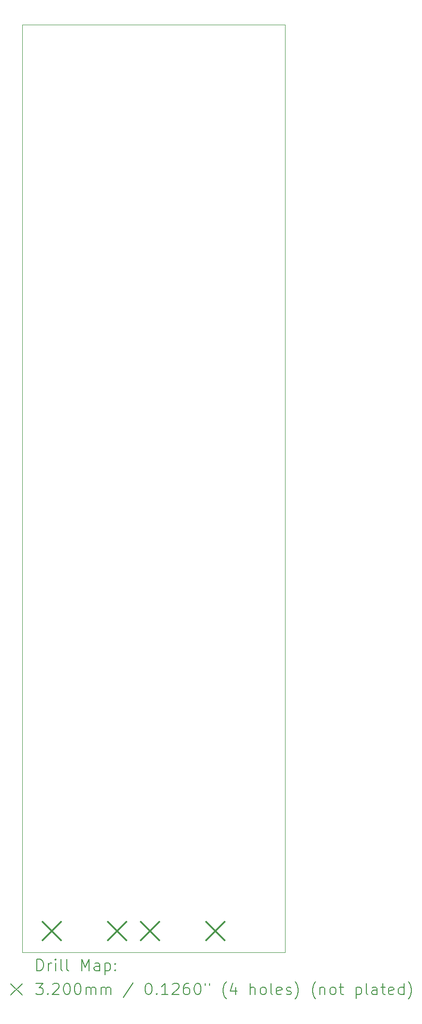
<source format=gbr>
%TF.GenerationSoftware,KiCad,Pcbnew,8.0.4*%
%TF.CreationDate,2024-09-09T15:48:22+02:00*%
%TF.ProjectId,dmx_to_pwm,646d785f-746f-45f7-9077-6d2e6b696361,rev?*%
%TF.SameCoordinates,Original*%
%TF.FileFunction,Drillmap*%
%TF.FilePolarity,Positive*%
%FSLAX45Y45*%
G04 Gerber Fmt 4.5, Leading zero omitted, Abs format (unit mm)*
G04 Created by KiCad (PCBNEW 8.0.4) date 2024-09-09 15:48:22*
%MOMM*%
%LPD*%
G01*
G04 APERTURE LIST*
%ADD10C,0.100000*%
%ADD11C,0.200000*%
%ADD12C,0.320000*%
G04 APERTURE END LIST*
D10*
X11333000Y-18486000D02*
X6733000Y-18486000D01*
X6733000Y-2257000D01*
X11333000Y-2257000D01*
X11333000Y-18486000D01*
D11*
D12*
X7091250Y-17951000D02*
X7411250Y-18271000D01*
X7411250Y-17951000D02*
X7091250Y-18271000D01*
X8234250Y-17951000D02*
X8554250Y-18271000D01*
X8554250Y-17951000D02*
X8234250Y-18271000D01*
X8809750Y-17951000D02*
X9129750Y-18271000D01*
X9129750Y-17951000D02*
X8809750Y-18271000D01*
X9952750Y-17951000D02*
X10272750Y-18271000D01*
X10272750Y-17951000D02*
X9952750Y-18271000D01*
D11*
X6988777Y-18802484D02*
X6988777Y-18602484D01*
X6988777Y-18602484D02*
X7036396Y-18602484D01*
X7036396Y-18602484D02*
X7064967Y-18612008D01*
X7064967Y-18612008D02*
X7084015Y-18631055D01*
X7084015Y-18631055D02*
X7093539Y-18650103D01*
X7093539Y-18650103D02*
X7103062Y-18688198D01*
X7103062Y-18688198D02*
X7103062Y-18716770D01*
X7103062Y-18716770D02*
X7093539Y-18754865D01*
X7093539Y-18754865D02*
X7084015Y-18773912D01*
X7084015Y-18773912D02*
X7064967Y-18792960D01*
X7064967Y-18792960D02*
X7036396Y-18802484D01*
X7036396Y-18802484D02*
X6988777Y-18802484D01*
X7188777Y-18802484D02*
X7188777Y-18669150D01*
X7188777Y-18707246D02*
X7198301Y-18688198D01*
X7198301Y-18688198D02*
X7207824Y-18678674D01*
X7207824Y-18678674D02*
X7226872Y-18669150D01*
X7226872Y-18669150D02*
X7245920Y-18669150D01*
X7312586Y-18802484D02*
X7312586Y-18669150D01*
X7312586Y-18602484D02*
X7303062Y-18612008D01*
X7303062Y-18612008D02*
X7312586Y-18621531D01*
X7312586Y-18621531D02*
X7322110Y-18612008D01*
X7322110Y-18612008D02*
X7312586Y-18602484D01*
X7312586Y-18602484D02*
X7312586Y-18621531D01*
X7436396Y-18802484D02*
X7417348Y-18792960D01*
X7417348Y-18792960D02*
X7407824Y-18773912D01*
X7407824Y-18773912D02*
X7407824Y-18602484D01*
X7541158Y-18802484D02*
X7522110Y-18792960D01*
X7522110Y-18792960D02*
X7512586Y-18773912D01*
X7512586Y-18773912D02*
X7512586Y-18602484D01*
X7769729Y-18802484D02*
X7769729Y-18602484D01*
X7769729Y-18602484D02*
X7836396Y-18745341D01*
X7836396Y-18745341D02*
X7903062Y-18602484D01*
X7903062Y-18602484D02*
X7903062Y-18802484D01*
X8084015Y-18802484D02*
X8084015Y-18697722D01*
X8084015Y-18697722D02*
X8074491Y-18678674D01*
X8074491Y-18678674D02*
X8055443Y-18669150D01*
X8055443Y-18669150D02*
X8017348Y-18669150D01*
X8017348Y-18669150D02*
X7998301Y-18678674D01*
X8084015Y-18792960D02*
X8064967Y-18802484D01*
X8064967Y-18802484D02*
X8017348Y-18802484D01*
X8017348Y-18802484D02*
X7998301Y-18792960D01*
X7998301Y-18792960D02*
X7988777Y-18773912D01*
X7988777Y-18773912D02*
X7988777Y-18754865D01*
X7988777Y-18754865D02*
X7998301Y-18735817D01*
X7998301Y-18735817D02*
X8017348Y-18726293D01*
X8017348Y-18726293D02*
X8064967Y-18726293D01*
X8064967Y-18726293D02*
X8084015Y-18716770D01*
X8179253Y-18669150D02*
X8179253Y-18869150D01*
X8179253Y-18678674D02*
X8198301Y-18669150D01*
X8198301Y-18669150D02*
X8236396Y-18669150D01*
X8236396Y-18669150D02*
X8255443Y-18678674D01*
X8255443Y-18678674D02*
X8264967Y-18688198D01*
X8264967Y-18688198D02*
X8274491Y-18707246D01*
X8274491Y-18707246D02*
X8274491Y-18764389D01*
X8274491Y-18764389D02*
X8264967Y-18783436D01*
X8264967Y-18783436D02*
X8255443Y-18792960D01*
X8255443Y-18792960D02*
X8236396Y-18802484D01*
X8236396Y-18802484D02*
X8198301Y-18802484D01*
X8198301Y-18802484D02*
X8179253Y-18792960D01*
X8360205Y-18783436D02*
X8369729Y-18792960D01*
X8369729Y-18792960D02*
X8360205Y-18802484D01*
X8360205Y-18802484D02*
X8350682Y-18792960D01*
X8350682Y-18792960D02*
X8360205Y-18783436D01*
X8360205Y-18783436D02*
X8360205Y-18802484D01*
X8360205Y-18678674D02*
X8369729Y-18688198D01*
X8369729Y-18688198D02*
X8360205Y-18697722D01*
X8360205Y-18697722D02*
X8350682Y-18688198D01*
X8350682Y-18688198D02*
X8360205Y-18678674D01*
X8360205Y-18678674D02*
X8360205Y-18697722D01*
X6528000Y-19031000D02*
X6728000Y-19231000D01*
X6728000Y-19031000D02*
X6528000Y-19231000D01*
X6969729Y-19022484D02*
X7093539Y-19022484D01*
X7093539Y-19022484D02*
X7026872Y-19098674D01*
X7026872Y-19098674D02*
X7055443Y-19098674D01*
X7055443Y-19098674D02*
X7074491Y-19108198D01*
X7074491Y-19108198D02*
X7084015Y-19117722D01*
X7084015Y-19117722D02*
X7093539Y-19136770D01*
X7093539Y-19136770D02*
X7093539Y-19184389D01*
X7093539Y-19184389D02*
X7084015Y-19203436D01*
X7084015Y-19203436D02*
X7074491Y-19212960D01*
X7074491Y-19212960D02*
X7055443Y-19222484D01*
X7055443Y-19222484D02*
X6998301Y-19222484D01*
X6998301Y-19222484D02*
X6979253Y-19212960D01*
X6979253Y-19212960D02*
X6969729Y-19203436D01*
X7179253Y-19203436D02*
X7188777Y-19212960D01*
X7188777Y-19212960D02*
X7179253Y-19222484D01*
X7179253Y-19222484D02*
X7169729Y-19212960D01*
X7169729Y-19212960D02*
X7179253Y-19203436D01*
X7179253Y-19203436D02*
X7179253Y-19222484D01*
X7264967Y-19041531D02*
X7274491Y-19032008D01*
X7274491Y-19032008D02*
X7293539Y-19022484D01*
X7293539Y-19022484D02*
X7341158Y-19022484D01*
X7341158Y-19022484D02*
X7360205Y-19032008D01*
X7360205Y-19032008D02*
X7369729Y-19041531D01*
X7369729Y-19041531D02*
X7379253Y-19060579D01*
X7379253Y-19060579D02*
X7379253Y-19079627D01*
X7379253Y-19079627D02*
X7369729Y-19108198D01*
X7369729Y-19108198D02*
X7255443Y-19222484D01*
X7255443Y-19222484D02*
X7379253Y-19222484D01*
X7503062Y-19022484D02*
X7522110Y-19022484D01*
X7522110Y-19022484D02*
X7541158Y-19032008D01*
X7541158Y-19032008D02*
X7550682Y-19041531D01*
X7550682Y-19041531D02*
X7560205Y-19060579D01*
X7560205Y-19060579D02*
X7569729Y-19098674D01*
X7569729Y-19098674D02*
X7569729Y-19146293D01*
X7569729Y-19146293D02*
X7560205Y-19184389D01*
X7560205Y-19184389D02*
X7550682Y-19203436D01*
X7550682Y-19203436D02*
X7541158Y-19212960D01*
X7541158Y-19212960D02*
X7522110Y-19222484D01*
X7522110Y-19222484D02*
X7503062Y-19222484D01*
X7503062Y-19222484D02*
X7484015Y-19212960D01*
X7484015Y-19212960D02*
X7474491Y-19203436D01*
X7474491Y-19203436D02*
X7464967Y-19184389D01*
X7464967Y-19184389D02*
X7455443Y-19146293D01*
X7455443Y-19146293D02*
X7455443Y-19098674D01*
X7455443Y-19098674D02*
X7464967Y-19060579D01*
X7464967Y-19060579D02*
X7474491Y-19041531D01*
X7474491Y-19041531D02*
X7484015Y-19032008D01*
X7484015Y-19032008D02*
X7503062Y-19022484D01*
X7693539Y-19022484D02*
X7712586Y-19022484D01*
X7712586Y-19022484D02*
X7731634Y-19032008D01*
X7731634Y-19032008D02*
X7741158Y-19041531D01*
X7741158Y-19041531D02*
X7750682Y-19060579D01*
X7750682Y-19060579D02*
X7760205Y-19098674D01*
X7760205Y-19098674D02*
X7760205Y-19146293D01*
X7760205Y-19146293D02*
X7750682Y-19184389D01*
X7750682Y-19184389D02*
X7741158Y-19203436D01*
X7741158Y-19203436D02*
X7731634Y-19212960D01*
X7731634Y-19212960D02*
X7712586Y-19222484D01*
X7712586Y-19222484D02*
X7693539Y-19222484D01*
X7693539Y-19222484D02*
X7674491Y-19212960D01*
X7674491Y-19212960D02*
X7664967Y-19203436D01*
X7664967Y-19203436D02*
X7655443Y-19184389D01*
X7655443Y-19184389D02*
X7645920Y-19146293D01*
X7645920Y-19146293D02*
X7645920Y-19098674D01*
X7645920Y-19098674D02*
X7655443Y-19060579D01*
X7655443Y-19060579D02*
X7664967Y-19041531D01*
X7664967Y-19041531D02*
X7674491Y-19032008D01*
X7674491Y-19032008D02*
X7693539Y-19022484D01*
X7845920Y-19222484D02*
X7845920Y-19089150D01*
X7845920Y-19108198D02*
X7855443Y-19098674D01*
X7855443Y-19098674D02*
X7874491Y-19089150D01*
X7874491Y-19089150D02*
X7903063Y-19089150D01*
X7903063Y-19089150D02*
X7922110Y-19098674D01*
X7922110Y-19098674D02*
X7931634Y-19117722D01*
X7931634Y-19117722D02*
X7931634Y-19222484D01*
X7931634Y-19117722D02*
X7941158Y-19098674D01*
X7941158Y-19098674D02*
X7960205Y-19089150D01*
X7960205Y-19089150D02*
X7988777Y-19089150D01*
X7988777Y-19089150D02*
X8007824Y-19098674D01*
X8007824Y-19098674D02*
X8017348Y-19117722D01*
X8017348Y-19117722D02*
X8017348Y-19222484D01*
X8112586Y-19222484D02*
X8112586Y-19089150D01*
X8112586Y-19108198D02*
X8122110Y-19098674D01*
X8122110Y-19098674D02*
X8141158Y-19089150D01*
X8141158Y-19089150D02*
X8169729Y-19089150D01*
X8169729Y-19089150D02*
X8188777Y-19098674D01*
X8188777Y-19098674D02*
X8198301Y-19117722D01*
X8198301Y-19117722D02*
X8198301Y-19222484D01*
X8198301Y-19117722D02*
X8207824Y-19098674D01*
X8207824Y-19098674D02*
X8226872Y-19089150D01*
X8226872Y-19089150D02*
X8255443Y-19089150D01*
X8255443Y-19089150D02*
X8274491Y-19098674D01*
X8274491Y-19098674D02*
X8284015Y-19117722D01*
X8284015Y-19117722D02*
X8284015Y-19222484D01*
X8674491Y-19012960D02*
X8503063Y-19270103D01*
X8931634Y-19022484D02*
X8950682Y-19022484D01*
X8950682Y-19022484D02*
X8969729Y-19032008D01*
X8969729Y-19032008D02*
X8979253Y-19041531D01*
X8979253Y-19041531D02*
X8988777Y-19060579D01*
X8988777Y-19060579D02*
X8998301Y-19098674D01*
X8998301Y-19098674D02*
X8998301Y-19146293D01*
X8998301Y-19146293D02*
X8988777Y-19184389D01*
X8988777Y-19184389D02*
X8979253Y-19203436D01*
X8979253Y-19203436D02*
X8969729Y-19212960D01*
X8969729Y-19212960D02*
X8950682Y-19222484D01*
X8950682Y-19222484D02*
X8931634Y-19222484D01*
X8931634Y-19222484D02*
X8912587Y-19212960D01*
X8912587Y-19212960D02*
X8903063Y-19203436D01*
X8903063Y-19203436D02*
X8893539Y-19184389D01*
X8893539Y-19184389D02*
X8884015Y-19146293D01*
X8884015Y-19146293D02*
X8884015Y-19098674D01*
X8884015Y-19098674D02*
X8893539Y-19060579D01*
X8893539Y-19060579D02*
X8903063Y-19041531D01*
X8903063Y-19041531D02*
X8912587Y-19032008D01*
X8912587Y-19032008D02*
X8931634Y-19022484D01*
X9084015Y-19203436D02*
X9093539Y-19212960D01*
X9093539Y-19212960D02*
X9084015Y-19222484D01*
X9084015Y-19222484D02*
X9074491Y-19212960D01*
X9074491Y-19212960D02*
X9084015Y-19203436D01*
X9084015Y-19203436D02*
X9084015Y-19222484D01*
X9284015Y-19222484D02*
X9169729Y-19222484D01*
X9226872Y-19222484D02*
X9226872Y-19022484D01*
X9226872Y-19022484D02*
X9207825Y-19051055D01*
X9207825Y-19051055D02*
X9188777Y-19070103D01*
X9188777Y-19070103D02*
X9169729Y-19079627D01*
X9360206Y-19041531D02*
X9369729Y-19032008D01*
X9369729Y-19032008D02*
X9388777Y-19022484D01*
X9388777Y-19022484D02*
X9436396Y-19022484D01*
X9436396Y-19022484D02*
X9455444Y-19032008D01*
X9455444Y-19032008D02*
X9464968Y-19041531D01*
X9464968Y-19041531D02*
X9474491Y-19060579D01*
X9474491Y-19060579D02*
X9474491Y-19079627D01*
X9474491Y-19079627D02*
X9464968Y-19108198D01*
X9464968Y-19108198D02*
X9350682Y-19222484D01*
X9350682Y-19222484D02*
X9474491Y-19222484D01*
X9645920Y-19022484D02*
X9607825Y-19022484D01*
X9607825Y-19022484D02*
X9588777Y-19032008D01*
X9588777Y-19032008D02*
X9579253Y-19041531D01*
X9579253Y-19041531D02*
X9560206Y-19070103D01*
X9560206Y-19070103D02*
X9550682Y-19108198D01*
X9550682Y-19108198D02*
X9550682Y-19184389D01*
X9550682Y-19184389D02*
X9560206Y-19203436D01*
X9560206Y-19203436D02*
X9569729Y-19212960D01*
X9569729Y-19212960D02*
X9588777Y-19222484D01*
X9588777Y-19222484D02*
X9626872Y-19222484D01*
X9626872Y-19222484D02*
X9645920Y-19212960D01*
X9645920Y-19212960D02*
X9655444Y-19203436D01*
X9655444Y-19203436D02*
X9664968Y-19184389D01*
X9664968Y-19184389D02*
X9664968Y-19136770D01*
X9664968Y-19136770D02*
X9655444Y-19117722D01*
X9655444Y-19117722D02*
X9645920Y-19108198D01*
X9645920Y-19108198D02*
X9626872Y-19098674D01*
X9626872Y-19098674D02*
X9588777Y-19098674D01*
X9588777Y-19098674D02*
X9569729Y-19108198D01*
X9569729Y-19108198D02*
X9560206Y-19117722D01*
X9560206Y-19117722D02*
X9550682Y-19136770D01*
X9788777Y-19022484D02*
X9807825Y-19022484D01*
X9807825Y-19022484D02*
X9826872Y-19032008D01*
X9826872Y-19032008D02*
X9836396Y-19041531D01*
X9836396Y-19041531D02*
X9845920Y-19060579D01*
X9845920Y-19060579D02*
X9855444Y-19098674D01*
X9855444Y-19098674D02*
X9855444Y-19146293D01*
X9855444Y-19146293D02*
X9845920Y-19184389D01*
X9845920Y-19184389D02*
X9836396Y-19203436D01*
X9836396Y-19203436D02*
X9826872Y-19212960D01*
X9826872Y-19212960D02*
X9807825Y-19222484D01*
X9807825Y-19222484D02*
X9788777Y-19222484D01*
X9788777Y-19222484D02*
X9769729Y-19212960D01*
X9769729Y-19212960D02*
X9760206Y-19203436D01*
X9760206Y-19203436D02*
X9750682Y-19184389D01*
X9750682Y-19184389D02*
X9741158Y-19146293D01*
X9741158Y-19146293D02*
X9741158Y-19098674D01*
X9741158Y-19098674D02*
X9750682Y-19060579D01*
X9750682Y-19060579D02*
X9760206Y-19041531D01*
X9760206Y-19041531D02*
X9769729Y-19032008D01*
X9769729Y-19032008D02*
X9788777Y-19022484D01*
X9931634Y-19022484D02*
X9931634Y-19060579D01*
X10007825Y-19022484D02*
X10007825Y-19060579D01*
X10303063Y-19298674D02*
X10293539Y-19289150D01*
X10293539Y-19289150D02*
X10274491Y-19260579D01*
X10274491Y-19260579D02*
X10264968Y-19241531D01*
X10264968Y-19241531D02*
X10255444Y-19212960D01*
X10255444Y-19212960D02*
X10245920Y-19165341D01*
X10245920Y-19165341D02*
X10245920Y-19127246D01*
X10245920Y-19127246D02*
X10255444Y-19079627D01*
X10255444Y-19079627D02*
X10264968Y-19051055D01*
X10264968Y-19051055D02*
X10274491Y-19032008D01*
X10274491Y-19032008D02*
X10293539Y-19003436D01*
X10293539Y-19003436D02*
X10303063Y-18993912D01*
X10464968Y-19089150D02*
X10464968Y-19222484D01*
X10417349Y-19012960D02*
X10369730Y-19155817D01*
X10369730Y-19155817D02*
X10493539Y-19155817D01*
X10722111Y-19222484D02*
X10722111Y-19022484D01*
X10807825Y-19222484D02*
X10807825Y-19117722D01*
X10807825Y-19117722D02*
X10798301Y-19098674D01*
X10798301Y-19098674D02*
X10779253Y-19089150D01*
X10779253Y-19089150D02*
X10750682Y-19089150D01*
X10750682Y-19089150D02*
X10731634Y-19098674D01*
X10731634Y-19098674D02*
X10722111Y-19108198D01*
X10931634Y-19222484D02*
X10912587Y-19212960D01*
X10912587Y-19212960D02*
X10903063Y-19203436D01*
X10903063Y-19203436D02*
X10893539Y-19184389D01*
X10893539Y-19184389D02*
X10893539Y-19127246D01*
X10893539Y-19127246D02*
X10903063Y-19108198D01*
X10903063Y-19108198D02*
X10912587Y-19098674D01*
X10912587Y-19098674D02*
X10931634Y-19089150D01*
X10931634Y-19089150D02*
X10960206Y-19089150D01*
X10960206Y-19089150D02*
X10979253Y-19098674D01*
X10979253Y-19098674D02*
X10988777Y-19108198D01*
X10988777Y-19108198D02*
X10998301Y-19127246D01*
X10998301Y-19127246D02*
X10998301Y-19184389D01*
X10998301Y-19184389D02*
X10988777Y-19203436D01*
X10988777Y-19203436D02*
X10979253Y-19212960D01*
X10979253Y-19212960D02*
X10960206Y-19222484D01*
X10960206Y-19222484D02*
X10931634Y-19222484D01*
X11112587Y-19222484D02*
X11093539Y-19212960D01*
X11093539Y-19212960D02*
X11084015Y-19193912D01*
X11084015Y-19193912D02*
X11084015Y-19022484D01*
X11264968Y-19212960D02*
X11245920Y-19222484D01*
X11245920Y-19222484D02*
X11207825Y-19222484D01*
X11207825Y-19222484D02*
X11188777Y-19212960D01*
X11188777Y-19212960D02*
X11179253Y-19193912D01*
X11179253Y-19193912D02*
X11179253Y-19117722D01*
X11179253Y-19117722D02*
X11188777Y-19098674D01*
X11188777Y-19098674D02*
X11207825Y-19089150D01*
X11207825Y-19089150D02*
X11245920Y-19089150D01*
X11245920Y-19089150D02*
X11264968Y-19098674D01*
X11264968Y-19098674D02*
X11274491Y-19117722D01*
X11274491Y-19117722D02*
X11274491Y-19136770D01*
X11274491Y-19136770D02*
X11179253Y-19155817D01*
X11350682Y-19212960D02*
X11369730Y-19222484D01*
X11369730Y-19222484D02*
X11407825Y-19222484D01*
X11407825Y-19222484D02*
X11426872Y-19212960D01*
X11426872Y-19212960D02*
X11436396Y-19193912D01*
X11436396Y-19193912D02*
X11436396Y-19184389D01*
X11436396Y-19184389D02*
X11426872Y-19165341D01*
X11426872Y-19165341D02*
X11407825Y-19155817D01*
X11407825Y-19155817D02*
X11379253Y-19155817D01*
X11379253Y-19155817D02*
X11360206Y-19146293D01*
X11360206Y-19146293D02*
X11350682Y-19127246D01*
X11350682Y-19127246D02*
X11350682Y-19117722D01*
X11350682Y-19117722D02*
X11360206Y-19098674D01*
X11360206Y-19098674D02*
X11379253Y-19089150D01*
X11379253Y-19089150D02*
X11407825Y-19089150D01*
X11407825Y-19089150D02*
X11426872Y-19098674D01*
X11503063Y-19298674D02*
X11512587Y-19289150D01*
X11512587Y-19289150D02*
X11531634Y-19260579D01*
X11531634Y-19260579D02*
X11541158Y-19241531D01*
X11541158Y-19241531D02*
X11550682Y-19212960D01*
X11550682Y-19212960D02*
X11560206Y-19165341D01*
X11560206Y-19165341D02*
X11560206Y-19127246D01*
X11560206Y-19127246D02*
X11550682Y-19079627D01*
X11550682Y-19079627D02*
X11541158Y-19051055D01*
X11541158Y-19051055D02*
X11531634Y-19032008D01*
X11531634Y-19032008D02*
X11512587Y-19003436D01*
X11512587Y-19003436D02*
X11503063Y-18993912D01*
X11864968Y-19298674D02*
X11855444Y-19289150D01*
X11855444Y-19289150D02*
X11836396Y-19260579D01*
X11836396Y-19260579D02*
X11826872Y-19241531D01*
X11826872Y-19241531D02*
X11817349Y-19212960D01*
X11817349Y-19212960D02*
X11807825Y-19165341D01*
X11807825Y-19165341D02*
X11807825Y-19127246D01*
X11807825Y-19127246D02*
X11817349Y-19079627D01*
X11817349Y-19079627D02*
X11826872Y-19051055D01*
X11826872Y-19051055D02*
X11836396Y-19032008D01*
X11836396Y-19032008D02*
X11855444Y-19003436D01*
X11855444Y-19003436D02*
X11864968Y-18993912D01*
X11941158Y-19089150D02*
X11941158Y-19222484D01*
X11941158Y-19108198D02*
X11950682Y-19098674D01*
X11950682Y-19098674D02*
X11969730Y-19089150D01*
X11969730Y-19089150D02*
X11998301Y-19089150D01*
X11998301Y-19089150D02*
X12017349Y-19098674D01*
X12017349Y-19098674D02*
X12026872Y-19117722D01*
X12026872Y-19117722D02*
X12026872Y-19222484D01*
X12150682Y-19222484D02*
X12131634Y-19212960D01*
X12131634Y-19212960D02*
X12122111Y-19203436D01*
X12122111Y-19203436D02*
X12112587Y-19184389D01*
X12112587Y-19184389D02*
X12112587Y-19127246D01*
X12112587Y-19127246D02*
X12122111Y-19108198D01*
X12122111Y-19108198D02*
X12131634Y-19098674D01*
X12131634Y-19098674D02*
X12150682Y-19089150D01*
X12150682Y-19089150D02*
X12179253Y-19089150D01*
X12179253Y-19089150D02*
X12198301Y-19098674D01*
X12198301Y-19098674D02*
X12207825Y-19108198D01*
X12207825Y-19108198D02*
X12217349Y-19127246D01*
X12217349Y-19127246D02*
X12217349Y-19184389D01*
X12217349Y-19184389D02*
X12207825Y-19203436D01*
X12207825Y-19203436D02*
X12198301Y-19212960D01*
X12198301Y-19212960D02*
X12179253Y-19222484D01*
X12179253Y-19222484D02*
X12150682Y-19222484D01*
X12274492Y-19089150D02*
X12350682Y-19089150D01*
X12303063Y-19022484D02*
X12303063Y-19193912D01*
X12303063Y-19193912D02*
X12312587Y-19212960D01*
X12312587Y-19212960D02*
X12331634Y-19222484D01*
X12331634Y-19222484D02*
X12350682Y-19222484D01*
X12569730Y-19089150D02*
X12569730Y-19289150D01*
X12569730Y-19098674D02*
X12588777Y-19089150D01*
X12588777Y-19089150D02*
X12626873Y-19089150D01*
X12626873Y-19089150D02*
X12645920Y-19098674D01*
X12645920Y-19098674D02*
X12655444Y-19108198D01*
X12655444Y-19108198D02*
X12664968Y-19127246D01*
X12664968Y-19127246D02*
X12664968Y-19184389D01*
X12664968Y-19184389D02*
X12655444Y-19203436D01*
X12655444Y-19203436D02*
X12645920Y-19212960D01*
X12645920Y-19212960D02*
X12626873Y-19222484D01*
X12626873Y-19222484D02*
X12588777Y-19222484D01*
X12588777Y-19222484D02*
X12569730Y-19212960D01*
X12779253Y-19222484D02*
X12760206Y-19212960D01*
X12760206Y-19212960D02*
X12750682Y-19193912D01*
X12750682Y-19193912D02*
X12750682Y-19022484D01*
X12941158Y-19222484D02*
X12941158Y-19117722D01*
X12941158Y-19117722D02*
X12931634Y-19098674D01*
X12931634Y-19098674D02*
X12912587Y-19089150D01*
X12912587Y-19089150D02*
X12874492Y-19089150D01*
X12874492Y-19089150D02*
X12855444Y-19098674D01*
X12941158Y-19212960D02*
X12922111Y-19222484D01*
X12922111Y-19222484D02*
X12874492Y-19222484D01*
X12874492Y-19222484D02*
X12855444Y-19212960D01*
X12855444Y-19212960D02*
X12845920Y-19193912D01*
X12845920Y-19193912D02*
X12845920Y-19174865D01*
X12845920Y-19174865D02*
X12855444Y-19155817D01*
X12855444Y-19155817D02*
X12874492Y-19146293D01*
X12874492Y-19146293D02*
X12922111Y-19146293D01*
X12922111Y-19146293D02*
X12941158Y-19136770D01*
X13007825Y-19089150D02*
X13084015Y-19089150D01*
X13036396Y-19022484D02*
X13036396Y-19193912D01*
X13036396Y-19193912D02*
X13045920Y-19212960D01*
X13045920Y-19212960D02*
X13064968Y-19222484D01*
X13064968Y-19222484D02*
X13084015Y-19222484D01*
X13226873Y-19212960D02*
X13207825Y-19222484D01*
X13207825Y-19222484D02*
X13169730Y-19222484D01*
X13169730Y-19222484D02*
X13150682Y-19212960D01*
X13150682Y-19212960D02*
X13141158Y-19193912D01*
X13141158Y-19193912D02*
X13141158Y-19117722D01*
X13141158Y-19117722D02*
X13150682Y-19098674D01*
X13150682Y-19098674D02*
X13169730Y-19089150D01*
X13169730Y-19089150D02*
X13207825Y-19089150D01*
X13207825Y-19089150D02*
X13226873Y-19098674D01*
X13226873Y-19098674D02*
X13236396Y-19117722D01*
X13236396Y-19117722D02*
X13236396Y-19136770D01*
X13236396Y-19136770D02*
X13141158Y-19155817D01*
X13407825Y-19222484D02*
X13407825Y-19022484D01*
X13407825Y-19212960D02*
X13388777Y-19222484D01*
X13388777Y-19222484D02*
X13350682Y-19222484D01*
X13350682Y-19222484D02*
X13331634Y-19212960D01*
X13331634Y-19212960D02*
X13322111Y-19203436D01*
X13322111Y-19203436D02*
X13312587Y-19184389D01*
X13312587Y-19184389D02*
X13312587Y-19127246D01*
X13312587Y-19127246D02*
X13322111Y-19108198D01*
X13322111Y-19108198D02*
X13331634Y-19098674D01*
X13331634Y-19098674D02*
X13350682Y-19089150D01*
X13350682Y-19089150D02*
X13388777Y-19089150D01*
X13388777Y-19089150D02*
X13407825Y-19098674D01*
X13484015Y-19298674D02*
X13493539Y-19289150D01*
X13493539Y-19289150D02*
X13512587Y-19260579D01*
X13512587Y-19260579D02*
X13522111Y-19241531D01*
X13522111Y-19241531D02*
X13531634Y-19212960D01*
X13531634Y-19212960D02*
X13541158Y-19165341D01*
X13541158Y-19165341D02*
X13541158Y-19127246D01*
X13541158Y-19127246D02*
X13531634Y-19079627D01*
X13531634Y-19079627D02*
X13522111Y-19051055D01*
X13522111Y-19051055D02*
X13512587Y-19032008D01*
X13512587Y-19032008D02*
X13493539Y-19003436D01*
X13493539Y-19003436D02*
X13484015Y-18993912D01*
M02*

</source>
